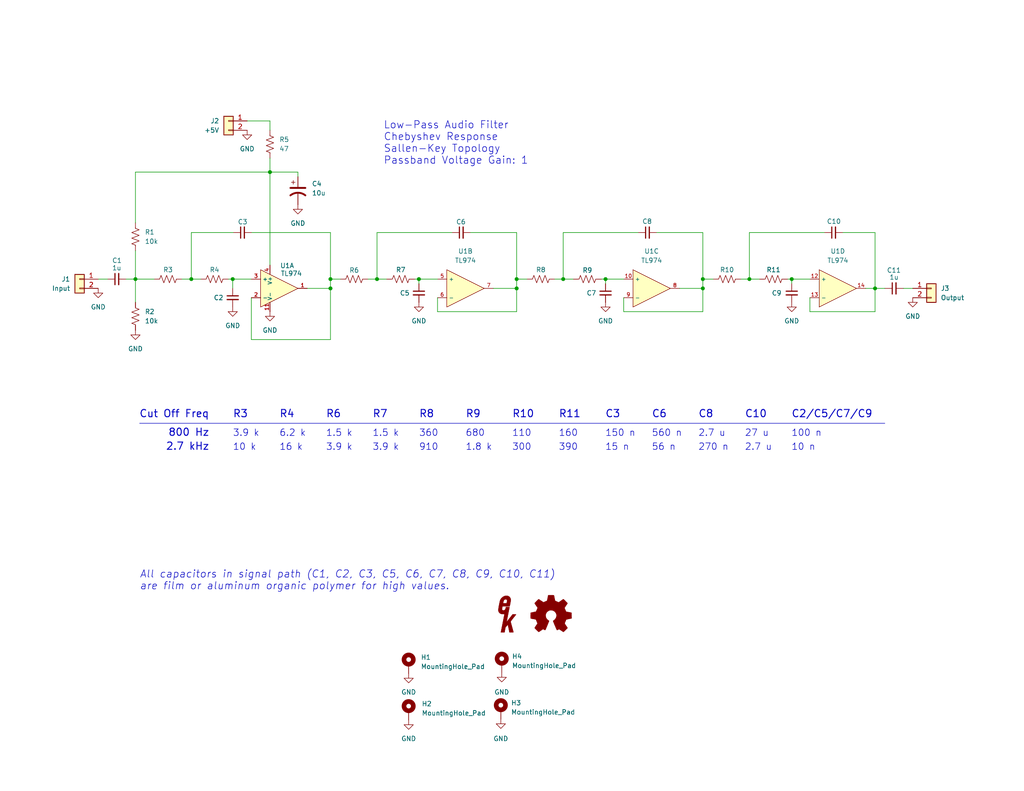
<source format=kicad_sch>
(kicad_sch (version 20230121) (generator eeschema)
  (paper "USLetter")
  (title_block (title "Project Yamhill Active AF Filter") (date "2023-12-20") (rev "A") (company "Etherkit"))
  (lib_symbols
    (symbol "Connector_Generic:Conn_01x02" (pin_names (offset 1.016) hide)
      (property "Reference" "J" (at 0 2.54 0))
      (property "Value" "Conn_01x02" (at 0 -5.08 0))
      (symbol "Conn_01x02_1_1"
        (rectangle (start -1.27 -2.413) (end 0 -2.667) (stroke (width 0.1524)))
        (rectangle (start -1.27 0.127) (end 0 -0.127) (stroke (width 0.1524)))
        (rectangle (start -1.27 1.27) (end 1.27 -3.81) (stroke (width 0.254)) (fill (type background)))
        (pin passive line (at -5.08 0 0) (length 3.81) (name "Pin_1") (number "1"))
        (pin passive line (at -5.08 -2.54 0) (length 3.81) (name "Pin_2") (number "2"))
      )
    )
    (symbol "Device:C_Polarized_US" (pin_numbers hide) (pin_names (offset 0.254) hide)
      (property "Reference" "C" (at 0.635 2.54 0))
      (property "Value" "C_Polarized_US" (at 0.635 -2.54 0))
      (symbol "C_Polarized_US_0_1"
        (polyline (pts (xy -2.032 0.762) (xy 2.032 0.762)) (stroke (width 0.508)))
        (polyline (pts (xy -1.778 2.286) (xy -0.762 2.286)))
        (polyline (pts (xy -1.27 1.778) (xy -1.27 2.794)))
        (arc (start 2.032 -1.27) (mid 0 -0.5572) (end -2.032 -1.27) (stroke (width 0.508)))
      )
      (symbol "C_Polarized_US_1_1"
        (pin passive line (at 0 3.81 270) (length 2.794) (name "~") (number "1"))
        (pin passive line (at 0 -3.81 90) (length 3.302) (name "~") (number "2"))
      )
    )
    (symbol "Device:C_Small" (pin_numbers hide) (pin_names (offset 0.254) hide)
      (property "Reference" "C" (at 0.254 1.778 0))
      (property "Value" "C_Small" (at 0.254 -2.032 0))
      (symbol "C_Small_0_1"
        (polyline (pts (xy -1.524 -0.508) (xy 1.524 -0.508)) (stroke (width 0.3302)))
        (polyline (pts (xy -1.524 0.508) (xy 1.524 0.508)) (stroke (width 0.3048)))
      )
      (symbol "C_Small_1_1"
        (pin passive line (at 0 2.54 270) (length 2.032) (name "~") (number "1"))
        (pin passive line (at 0 -2.54 90) (length 2.032) (name "~") (number "2"))
      )
    )
    (symbol "Device:R_US" (pin_numbers hide) (pin_names (offset 0))
      (property "Reference" "R" (at 2.54 0 90))
      (property "Value" "R_US" (at -2.54 0 90))
      (symbol "R_US_0_1"
        (polyline (pts (xy 0 -2.286) (xy 0 -2.54)))
        (polyline (pts (xy 0 2.286) (xy 0 2.54)))
        (polyline (pts (xy 0 -0.762) (xy 1.016 -1.143) (xy 0 -1.524) (xy -1.016 -1.905) (xy 0 -2.286)))
        (polyline (pts (xy 0 0.762) (xy 1.016 0.381) (xy 0 0) (xy -1.016 -0.381) (xy 0 -0.762)))
        (polyline (pts (xy 0 2.286) (xy 1.016 1.905) (xy 0 1.524) (xy -1.016 1.143) (xy 0 0.762)))
      )
      (symbol "R_US_1_1"
        (pin passive line (at 0 3.81 270) (length 1.27) (name "~") (number "1"))
        (pin passive line (at 0 -3.81 90) (length 1.27) (name "~") (number "2"))
      )
    )
    (symbol "EtherkitKicadLibrary:LOGO" (pin_names (offset 1.016))
      (symbol "LOGO_0_0"
        (polyline (pts (xy -0.7475 -4.875) (xy -0.7392 -4.83) (xy -0.7178 -4.7189) (xy -0.6879 -4.5659) (xy -0.6523 -4.3851) (xy -0.6135 -4.1903) (xy -0.5018 -3.6307) (xy -0.197 -3.2903) (xy -0.1646 -3.2542) (xy -0.0551 -3.1338) (xy 0.0366 -3.0352) (xy 0.1017 -2.9677) (xy 0.1315 -2.9408) (xy 0.1365 -2.9489) (xy 0.155 -3.0102) (xy 0.1838 -3.125) (xy 0.2211 -3.2856) (xy 0.2651 -3.4844) (xy 0.3142 -3.7137) (xy 0.3664 -3.9658) (xy 0.5778 -5) (xy 1.1222 -5) (xy 1.2378 -4.9996) (xy 1.4316 -4.9961) (xy 1.5649 -4.989) (xy 1.6419 -4.9777) (xy 1.6666 -4.9622) (xy 1.663 -4.9437) (xy 1.6438 -4.8666) (xy 1.6098 -4.7364) (xy 1.5628 -4.5598) (xy 1.5046 -4.3435) (xy 1.437 -4.0944) (xy 1.3618 -3.8192) (xy 1.2809 -3.5246) (xy 1.2287 -3.3348) (xy 1.1509 -3.0506) (xy 1.0799 -2.7894) (xy 1.0175 -2.5581) (xy 0.9656 -2.3637) (xy 0.926 -2.2129) (xy 0.9005 -2.1127) (xy 0.891 -2.0698) (xy 0.9054 -2.0396) (xy 0.9573 -1.9618) (xy 1.0423 -1.844) (xy 1.1559 -1.6925) (xy 1.2932 -1.5137) (xy 1.4495 -1.3137) (xy 1.6201 -1.099) (xy 1.7685 -0.9135) (xy 1.9293 -0.7119) (xy 2.0731 -0.5312) (xy 2.1948 -0.3776) (xy 2.2896 -0.2573) (xy 2.3525 -0.1766) (xy 2.3786 -0.1416) (xy 2.3787 -0.1415) (xy 2.3748 -0.1247) (xy 2.3346 -0.1129) (xy 2.2506 -0.1052) (xy 2.1151 -0.1012) (xy 1.9205 -0.1) (xy 1.4372 -0.1) (xy 0.6284 -1.132) (xy 0.5759 -1.1989) (xy 0.4011 -1.4209) (xy 0.2406 -1.6235) (xy 0.0987 -1.8012) (xy -0.02 -1.9484) (xy -0.1111 -2.0596) (xy -0.1701 -2.1292) (xy -0.1926 -2.1518) (xy -0.1923 -2.147) (xy -0.1832 -2.0918) (xy -0.1629 -1.9807) (xy -0.1327 -1.8203) (xy -0.0939 -1.6176) (xy -0.048 -1.3794) (xy 0.0038 -1.1127) (xy 0.0601 -0.8241) (xy 0.1194 -0.5207) (xy 0.1806 -0.2092) (xy 0.2422 0.1034) (xy 0.303 0.4104) (xy 0.3614 0.7049) (xy 0.4163 0.98) (xy 0.4662 1.2289) (xy 0.5098 1.4447) (xy 0.5457 1.6206) (xy 0.5727 1.7496) (xy 0.5893 1.825) (xy 0.6072 1.9) (xy 0.1073 1.9) (xy -0.3925 1.9) (xy -0.4342 1.675) (xy -0.499 1.4316) (xy -0.6002 1.2291) (xy -0.7342 1.0838) (xy -0.9006 0.9961) (xy -1.0987 0.9667) (xy -1.1609 0.974) (xy -1.2874 1.0299) (xy -1.3917 1.1269) (xy -1.4526 1.2482) (xy -1.4564 1.2857) (xy -1.4504 1.3934) (xy -1.4298 1.5453) (xy -1.3961 1.7283) (xy -1.3167 2.1167) (xy -0.3327 2.1255) (xy 0.6514 2.1344) (xy 0.7958 2.8849) (xy 0.8025 2.9198) (xy 0.8589 3.2262) (xy 0.8991 3.4782) (xy 0.9233 3.6852) (xy 0.9317 3.8567) (xy 0.9241 4.0019) (xy 0.9007 4.1304) (xy 0.8616 4.2514) (xy 0.8069 4.3744) (xy 0.7638 4.4545) (xy 0.6047 4.6644) (xy 0.4032 4.823) (xy 0.1589 4.9308) (xy -0.1287 4.9878) (xy -0.1579 4.9905) (xy -0.4377 4.9806) (xy -0.7232 4.9128) (xy -1.0046 4.7932) (xy -1.272 4.6277) (xy -1.5155 4.4223) (xy -1.7252 4.183) (xy -1.8913 3.9159) (xy -1.9165 3.8634) (xy -1.9482 3.787) (xy -1.9792 3.6966) (xy -2.0114 3.5851) (xy -2.0466 3.4449) (xy -2.0866 3.2687) (xy -2.1333 3.049) (xy -2.1498 2.968) (xy -1.1571 2.968) (xy -1.1549 2.9908) (xy -1.1525 2.9998) (xy -1.1352 3.0719) (xy -1.1099 3.1842) (xy -1.0812 3.3167) (xy -1.0754 3.3437) (xy -1.0195 3.5554) (xy -0.9547 3.7135) (xy -0.875 3.8295) (xy -0.7744 3.9152) (xy -0.6845 3.9662) (xy -0.5192 4.019) (xy -0.3652 4.0182) (xy -0.2331 3.9646) (xy -0.1335 3.8592) (xy -0.1289 3.8513) (xy -0.0862 3.7421) (xy -0.0719 3.6042) (xy -0.086 3.427) (xy -0.1282 3.2) (xy -0.1834 2.95) (xy -0.6776 2.9408) (xy -0.721 2.94) (xy -0.8996 2.9375) (xy -1.023 2.938) (xy -1.1007 2.9426) (xy -1.1422 2.9523) (xy -1.1571 2.968) (xy -2.1498 2.968) (xy -2.1885 2.7786) (xy -2.254 2.45) (xy -2.2784 2.3256) (xy -2.3436 1.9784) (xy -2.393 1.6859) (xy -2.4271 1.4409) (xy -2.4464 1.2359) (xy -2.4514 1.0636) (xy -2.4429 0.9165) (xy -2.4212 0.7874) (xy -2.3869 0.6687) (xy -2.3194 0.5275) (xy -2.1842 0.3503) (xy -2.0088 0.1938) (xy -1.8079 0.073) (xy -1.7593 0.0508) (xy -1.6803 0.0201) (xy -1.6007 0.0004) (xy -1.504 -0.0106) (xy -1.3737 -0.0155) (xy -1.1932 -0.0166) (xy -1.0296 -0.017) (xy -0.908 -0.0195) (xy -0.8331 -0.0256) (xy -0.7946 -0.0372) (xy -0.7822 -0.0558) (xy -0.7855 -0.0833) (xy -0.7943 -0.1252) (xy -0.8147 -0.2255) (xy -0.8455 -0.3779) (xy -0.8854 -0.5764) (xy -0.9333 -0.8146) (xy -0.9878 -1.0864) (xy -1.0478 -1.3857) (xy -1.112 -1.7062) (xy -1.1792 -2.0418) (xy -1.2481 -2.3862) (xy -1.3175 -2.7333) (xy -1.3861 -3.0769) (xy -1.4528 -3.4108) (xy -1.5163 -3.7289) (xy -1.5753 -4.0248) (xy -1.6286 -4.2926) (xy -1.675 -4.5259) (xy -1.7133 -4.7185) (xy -1.7422 -4.8644) (xy -1.7604 -4.9573) (xy -1.7667 -4.991) (xy -1.7588 -4.9926) (xy -1.6988 -4.9955) (xy -1.5893 -4.9978) (xy -1.442 -4.9994) (xy -1.2682 -5) (xy -0.7697 -5) (xy -0.7475 -4.875)) (stroke (width 0.01)) (fill (type outline)))
      )
    )
    (symbol "EtherkitKicadLibrary:OPAMP-QUAD"
      (property "Reference" "U" (at -0.127 6.096 0))
      (property "Value" "OPAMP-QUAD" (at -0.127 4.318 0))
      (symbol "OPAMP-QUAD_0_1"
        (polyline (pts (xy -5.08 5.08) (xy 5.08 0) (xy -5.08 -5.08) (xy -5.08 5.08)) (stroke (width 0.1524)) (fill (type background)))
      )
      (symbol "OPAMP-QUAD_1_1"
        (pin output line (at 7.62 0 180) (length 2.54) (name "~") (number "1"))
        (pin power_in line (at -2.54 -6.35 90) (length 2.54) (name "V-") (number "11"))
        (pin input line (at -7.62 -2.54 0) (length 2.54) (name "-") (number "2"))
        (pin input line (at -7.62 2.54 0) (length 2.54) (name "+") (number "3"))
        (pin power_in line (at -2.54 6.35 270) (length 2.54) (name "V+") (number "4"))
      )
      (symbol "OPAMP-QUAD_2_1"
        (pin input line (at -7.62 2.54 0) (length 2.54) (name "+") (number "5"))
        (pin input line (at -7.62 -2.54 0) (length 2.54) (name "-") (number "6"))
        (pin output line (at 7.62 0 180) (length 2.54) (name "~") (number "7"))
      )
      (symbol "OPAMP-QUAD_3_1"
        (pin input line (at -7.62 2.54 0) (length 2.54) (name "+") (number "10"))
        (pin output line (at 7.62 0 180) (length 2.54) (name "~") (number "8"))
        (pin input line (at -7.62 -2.54 0) (length 2.54) (name "-") (number "9"))
      )
      (symbol "OPAMP-QUAD_4_1"
        (pin input line (at -7.62 2.54 0) (length 2.54) (name "+") (number "12"))
        (pin input line (at -7.62 -2.54 0) (length 2.54) (name "-") (number "13"))
        (pin output line (at 7.62 0 180) (length 2.54) (name "~") (number "14"))
      )
    )
    (symbol "Graphic:Logo_Open_Hardware_Small" (in_bom no) (on_board no)
      (symbol "Logo_Open_Hardware_Small_0_1"
        (polyline (pts (xy 3.3528 -4.3434) (xy 3.302 -4.318) (xy 3.175 -4.2418) (xy 2.9972 -4.1148) (xy 2.7686 -3.9624) (xy 2.54 -3.81) (xy 2.3622 -3.7084) (xy 2.2352 -3.6068) (xy 2.1844 -3.5814) (xy 2.159 -3.6068) (xy 2.0574 -3.6576) (xy 1.905 -3.7338) (xy 1.8034 -3.7846) (xy 1.6764 -3.8354) (xy 1.6002 -3.8354) (xy 1.6002 -3.8354) (xy 1.5494 -3.7338) (xy 1.4732 -3.5306) (xy 1.3462 -3.302) (xy 1.2446 -3.0226) (xy 1.1176 -2.7178) (xy 0.9652 -2.413) (xy 0.8636 -2.1082) (xy 0.7366 -1.8288) (xy 0.6604 -1.6256) (xy 0.6096 -1.4732) (xy 0.5842 -1.397) (xy 0.5842 -1.397) (xy 0.6604 -1.3208) (xy 0.7874 -1.2446) (xy 1.0414 -1.016) (xy 1.2954 -0.6858) (xy 1.4478 -0.3302) (xy 1.524 0.0762) (xy 1.4732 0.4572) (xy 1.3208 0.8128) (xy 1.0668 1.143) (xy 0.762 1.3716) (xy 0.4064 1.524) (xy 0 1.5748) (xy -0.381 1.5494) (xy -0.7366 1.397) (xy -1.0668 1.143) (xy -1.2192 0.9906) (xy -1.397 0.6604) (xy -1.524 0.3048) (xy -1.524 0.2286) (xy -1.4986 -0.1778) (xy -1.397 -0.5334) (xy -1.1938 -0.8636) (xy -0.9144 -1.143) (xy -0.8636 -1.1684) (xy -0.7366 -1.27) (xy -0.635 -1.3462) (xy -0.5842 -1.397) (xy -1.0668 -2.5908) (xy -1.143 -2.794) (xy -1.2954 -3.1242) (xy -1.397 -3.4036) (xy -1.4986 -3.6322) (xy -1.5748 -3.7846) (xy -1.6002 -3.8354) (xy -1.6002 -3.8354) (xy -1.651 -3.8354) (xy -1.7272 -3.81) (xy -1.905 -3.7338) (xy -2.0066 -3.683) (xy -2.1336 -3.6068) (xy -2.2098 -3.5814) (xy -2.2606 -3.6068) (xy -2.3622 -3.683) (xy -2.54 -3.81) (xy -2.7686 -3.9624) (xy -2.9718 -4.0894) (xy -3.1496 -4.2164) (xy -3.302 -4.318) (xy -3.3528 -4.3434) (xy -3.3782 -4.3434) (xy -3.429 -4.318) (xy -3.5306 -4.2164) (xy -3.7084 -4.064) (xy -3.937 -3.8354) (xy -3.9624 -3.81) (xy -4.1656 -3.6068) (xy -4.318 -3.4544) (xy -4.4196 -3.3274) (xy -4.445 -3.2766) (xy -4.445 -3.2766) (xy -4.4196 -3.2258) (xy -4.318 -3.0734) (xy -4.2164 -2.8956) (xy -4.064 -2.667) (xy -3.6576 -2.0828) (xy -3.8862 -1.5494) (xy -3.937 -1.3716) (xy -4.0386 -1.1684) (xy -4.0894 -1.0414) (xy -4.1148 -0.9652) (xy -4.191 -0.9398) (xy -4.318 -0.9144) (xy -4.5466 -0.8636) (xy -4.8006 -0.8128) (xy -5.0546 -0.7874) (xy -5.2578 -0.7366) (xy -5.4356 -0.7112) (xy -5.5118 -0.6858) (xy -5.5118 -0.6858) (xy -5.5372 -0.635) (xy -5.5372 -0.5588) (xy -5.5372 -0.4318) (xy -5.5626 -0.2286) (xy -5.5626 0.0762) (xy -5.5626 0.127) (xy -5.5372 0.4064) (xy -5.5372 0.635) (xy -5.5372 0.762) (xy -5.5372 0.8382) (xy -5.5372 0.8382) (xy -5.461 0.8382) (xy -5.3086 0.889) (xy -5.08 0.9144) (xy -4.826 0.9652) (xy -4.8006 0.9906) (xy -4.5466 1.0414) (xy -4.318 1.0668) (xy -4.1656 1.1176) (xy -4.0894 1.143) (xy -4.0894 1.143) (xy -4.0386 1.2446) (xy -3.9624 1.4224) (xy -3.8608 1.6256) (xy -3.7846 1.8288) (xy -3.7084 2.0066) (xy -3.6576 2.159) (xy -3.6322 2.2098) (xy -3.6322 2.2098) (xy -3.683 2.286) (xy -3.7592 2.413) (xy -3.8862 2.5908) (xy -4.064 2.8194) (xy -4.064 2.8448) (xy -4.2164 3.0734) (xy -4.3434 3.2512) (xy -4.4196 3.3782) (xy -4.445 3.4544) (xy -4.445 3.4544) (xy -4.3942 3.5052) (xy -4.2926 3.6322) (xy -4.1148 3.81) (xy -3.937 4.0132) (xy -3.8608 4.064) (xy -3.6576 4.2926) (xy -3.5052 4.4196) (xy -3.4036 4.4958) (xy -3.3528 4.5212) (xy -3.3528 4.5212) (xy -3.302 4.4704) (xy -3.1496 4.3688) (xy -2.9718 4.2418) (xy -2.7432 4.0894) (xy -2.7178 4.0894) (xy -2.4892 3.937) (xy -2.3114 3.81) (xy -2.1844 3.7084) (xy -2.1336 3.683) (xy -2.1082 3.683) (xy -2.032 3.7084) (xy -1.8542 3.7592) (xy -1.6764 3.8354) (xy -1.4732 3.937) (xy -1.27 4.0132) (xy -1.143 4.064) (xy -1.0668 4.1148) (xy -1.0668 4.1148) (xy -1.0414 4.191) (xy -1.016 4.3434) (xy -0.9652 4.572) (xy -0.9144 4.8514) (xy -0.889 4.9022) (xy -0.8382 5.1562) (xy -0.8128 5.3848) (xy -0.7874 5.5372) (xy -0.762 5.588) (xy -0.7112 5.6134) (xy -0.5842 5.6134) (xy -0.4064 5.6134) (xy -0.1524 5.6134) (xy 0.0762 5.6134) (xy 0.3302 5.6134) (xy 0.5334 5.6134) (xy 0.6858 5.588) (xy 0.7366 5.588) (xy 0.7366 5.588) (xy 0.762 5.5118) (xy 0.8128 5.334) (xy 0.8382 5.1054) (xy 0.9144 4.826) (xy 0.9144 4.7752) (xy 0.9652 4.5212) (xy 1.016 4.2926) (xy 1.0414 4.1402) (xy 1.0668 4.0894) (xy 1.0668 4.0894) (xy 1.1938 4.0386) (xy 1.3716 3.9624) (xy 1.5748 3.8608) (xy 2.0828 3.6576) (xy 2.7178 4.0894) (xy 2.7686 4.1402) (xy 2.9972 4.2926) (xy 3.175 4.4196) (xy 3.302 4.4958) (xy 3.3782 4.5212) (xy 3.3782 4.5212) (xy 3.429 4.4704) (xy 3.556 4.3434) (xy 3.7338 4.191) (xy 3.9116 3.9878) (xy 4.064 3.8354) (xy 4.2418 3.6576) (xy 4.3434 3.556) (xy 4.4196 3.4798) (xy 4.4196 3.429) (xy 4.4196 3.4036) (xy 4.3942 3.3274) (xy 4.2926 3.2004) (xy 4.1656 2.9972) (xy 4.0132 2.794) (xy 3.8862 2.5908) (xy 3.7592 2.3876) (xy 3.6576 2.2352) (xy 3.6322 2.159) (xy 3.6322 2.1336) (xy 3.683 2.0066) (xy 3.7592 1.8288) (xy 3.8608 1.6002) (xy 4.064 1.1176) (xy 4.3942 1.0414) (xy 4.5974 1.016) (xy 4.8768 0.9652) (xy 5.1308 0.9144) (xy 5.5372 0.8382) (xy 5.5626 -0.6604) (xy 5.4864 -0.6858) (xy 5.4356 -0.6858) (xy 5.2832 -0.7366) (xy 5.0546 -0.762) (xy 4.8006 -0.8128) (xy 4.5974 -0.8636) (xy 4.3688 -0.9144) (xy 4.2164 -0.9398) (xy 4.1402 -0.9398) (xy 4.1148 -0.9652) (xy 4.064 -1.0668) (xy 3.9878 -1.2446) (xy 3.9116 -1.4478) (xy 3.81 -1.651) (xy 3.7338 -1.8542) (xy 3.683 -2.0066) (xy 3.6576 -2.0828) (xy 3.683 -2.1336) (xy 3.7846 -2.2606) (xy 3.8862 -2.4638) (xy 4.0386 -2.667) (xy 4.191 -2.8956) (xy 4.318 -3.0734) (xy 4.3942 -3.2004) (xy 4.445 -3.2766) (xy 4.4196 -3.3274) (xy 4.3434 -3.429) (xy 4.1656 -3.5814) (xy 3.937 -3.8354) (xy 3.8862 -3.8608) (xy 3.683 -4.064) (xy 3.5306 -4.2164) (xy 3.4036 -4.318) (xy 3.3528 -4.3434)) (fill (type outline)))
      )
    )
    (symbol "Mechanical:MountingHole_Pad" (pin_numbers hide) (pin_names (offset 1.016) hide)
      (property "Reference" "H" (at 0 6.35 0))
      (property "Value" "MountingHole_Pad" (at 0 4.445 0))
      (symbol "MountingHole_Pad_0_1"
        (circle (center 0 1.27) (radius 1.27) (stroke (width 1.27)))
      )
      (symbol "MountingHole_Pad_1_1"
        (pin input line (at 0 -2.54 90) (length 2.54) (name "1") (number "1"))
      )
    )
    (symbol "power:GND" (power) (pin_names (offset 0))
      (property "Value" "GND" (at 0 -3.81 0))
      (symbol "GND_0_1"
        (polyline (pts (xy 0 0) (xy 0 -1.27) (xy 1.27 -1.27) (xy 0 -2.54) (xy -1.27 -1.27) (xy 0 -1.27)))
      )
      (symbol "GND_1_1"
        (pin power_in line (at 0 0 270) (length 0) hide (name "GND") (number "1"))
      )
    )
  )
  (junction (at 238.76 78.74))
  (junction (at 140.97 76.2))
  (junction (at 191.77 78.74))
  (junction (at 191.77 76.2))
  (junction (at 114.3 76.2))
  (junction (at 90.17 78.74))
  (junction (at 216.027 76.2))
  (junction (at 90.17 76.2))
  (junction (at 36.957 76.2))
  (junction (at 165.227 76.2))
  (junction (at 52.197 76.2))
  (junction (at 73.66 46.99))
  (junction (at 140.97 78.74))
  (junction (at 63.5 76.2))
  (junction (at 204.47 76.2))
  (junction (at 153.67 76.2))
  (junction (at 102.87 76.2))
  (wire (pts (xy 36.957 60.833) (xy 36.957 46.99)))
  (wire (pts (xy 140.97 76.2) (xy 143.764 76.2)))
  (wire (pts (xy 113.157 76.2) (xy 114.3 76.2)))
  (wire (pts (xy 216.027 76.2) (xy 216.027 77.47)))
  (wire (pts (xy 67.437 33.02) (xy 73.66 33.02)))
  (wire (pts (xy 68.58 92.71) (xy 90.17 92.71)))
  (wire (pts (xy 214.884 76.2) (xy 216.027 76.2)))
  (wire (pts (xy 26.797 76.2) (xy 29.337 76.2)))
  (wire (pts (xy 90.17 92.71) (xy 90.17 78.74)))
  (wire (pts (xy 164.084 76.2) (xy 165.227 76.2)))
  (wire (pts (xy 36.957 46.99) (xy 73.66 46.99)))
  (wire (pts (xy 102.87 63.5) (xy 102.87 76.2)))
  (wire (pts (xy 170.18 81.28) (xy 170.18 85.09)))
  (wire (pts (xy 224.917 63.5) (xy 204.47 63.5)))
  (wire (pts (xy 83.82 78.74) (xy 90.17 78.74)))
  (wire (pts (xy 216.027 76.2) (xy 220.98 76.2)))
  (wire (pts (xy 185.42 78.74) (xy 191.77 78.74)))
  (wire (pts (xy 36.957 68.453) (xy 36.957 76.2)))
  (wire (pts (xy 204.47 76.2) (xy 207.264 76.2)))
  (wire (pts (xy 119.38 81.28) (xy 119.38 85.09)))
  (wire (pts (xy 52.197 76.2) (xy 54.737 76.2)))
  (wire (pts (xy 191.77 78.74) (xy 191.77 76.2)))
  (wire (pts (xy 73.66 46.99) (xy 73.66 72.39)))
  (wire (pts (xy 68.58 81.28) (xy 68.58 92.71)))
  (wire (pts (xy 202.184 76.2) (xy 204.47 76.2)))
  (wire (pts (xy 62.357 76.2) (xy 63.5 76.2)))
  (wire (pts (xy 63.627 63.5) (xy 52.197 63.5)))
  (wire (pts (xy 238.76 63.5) (xy 238.76 78.74)))
  (wire (pts (xy 165.227 76.2) (xy 170.18 76.2)))
  (wire (pts (xy 191.77 85.09) (xy 191.77 78.74)))
  (wire (pts (xy 128.397 63.5) (xy 140.97 63.5)))
  (wire (pts (xy 220.98 81.28) (xy 220.98 85.09)))
  (wire (pts (xy 49.657 76.2) (xy 52.197 76.2)))
  (wire (pts (xy 153.67 76.2) (xy 156.464 76.2)))
  (wire (pts (xy 151.384 76.2) (xy 153.67 76.2)))
  (wire (pts (xy 100.457 76.2) (xy 102.87 76.2)))
  (wire (pts (xy 170.18 85.09) (xy 191.77 85.09)))
  (wire (pts (xy 68.707 63.5) (xy 90.17 63.5)))
  (wire (pts (xy 90.17 63.5) (xy 90.17 76.2)))
  (wire (pts (xy 114.3 76.2) (xy 119.38 76.2)))
  (wire (pts (xy 36.957 76.2) (xy 36.957 82.55)))
  (wire (pts (xy 220.98 85.09) (xy 238.76 85.09)))
  (wire (pts (xy 73.66 33.02) (xy 73.66 35.56)))
  (wire (pts (xy 63.5 76.2) (xy 68.58 76.2)))
  (wire (pts (xy 140.97 63.5) (xy 140.97 76.2)))
  (wire (pts (xy 229.997 63.5) (xy 238.76 63.5)))
  (wire (pts (xy 90.17 76.2) (xy 92.837 76.2)))
  (wire (pts (xy 179.197 63.5) (xy 191.77 63.5)))
  (wire (pts (xy 119.38 85.09) (xy 140.97 85.09)))
  (wire (pts (xy 191.77 76.2) (xy 194.564 76.2)))
  (wire (pts (xy 238.76 85.09) (xy 238.76 78.74)))
  (polyline (pts (xy 38.1 115.57) (xy 241.427 115.57)))
  (wire (pts (xy 236.22 78.74) (xy 238.76 78.74)))
  (wire (pts (xy 34.417 76.2) (xy 36.957 76.2)))
  (wire (pts (xy 63.5 76.2) (xy 63.5 78.74)))
  (wire (pts (xy 191.77 63.5) (xy 191.77 76.2)))
  (wire (pts (xy 90.17 78.74) (xy 90.17 76.2)))
  (wire (pts (xy 204.47 63.5) (xy 204.47 76.2)))
  (wire (pts (xy 123.317 63.5) (xy 102.87 63.5)))
  (wire (pts (xy 238.76 78.74) (xy 241.427 78.74)))
  (wire (pts (xy 102.87 76.2) (xy 105.537 76.2)))
  (wire (pts (xy 134.62 78.74) (xy 140.97 78.74)))
  (wire (pts (xy 153.67 63.5) (xy 153.67 76.2)))
  (wire (pts (xy 81.28 46.99) (xy 73.66 46.99)))
  (wire (pts (xy 36.957 76.2) (xy 42.037 76.2)))
  (wire (pts (xy 140.97 85.09) (xy 140.97 78.74)))
  (wire (pts (xy 73.66 43.18) (xy 73.66 46.99)))
  (wire (pts (xy 81.28 48.26) (xy 81.28 46.99)))
  (wire (pts (xy 174.117 63.5) (xy 153.67 63.5)))
  (wire (pts (xy 52.197 63.5) (xy 52.197 76.2)))
  (wire (pts (xy 114.3 76.2) (xy 114.3 77.47)))
  (wire (pts (xy 140.97 78.74) (xy 140.97 76.2)))
  (wire (pts (xy 246.507 78.74) (xy 249.047 78.74)))
  (wire (pts (xy 165.227 76.2) (xy 165.227 77.47)))
  (text "Low-Pass Audio Filter\nChebyshev Response\nSallen-Key Topology\nPassband Voltage Gain: 1\n" (at 104.648 45.085 0) (effects (font (size 2 2)) (justify left bottom)))
  (text "R9" (at 127 114.3 0) (effects (font (size 2 2) (thickness 0.254) bold) (justify left bottom)))
  (text "1.5 k" (at 88.9 119.38 0) (effects (font (size 1.8 1.8)) (justify left bottom)))
  (text "3.9 k" (at 88.9 123.19 0) (effects (font (size 1.8 1.8)) (justify left bottom)))
  (text "10 k" (at 63.5 123.19 0) (effects (font (size 1.8 1.8)) (justify left bottom)))
  (text "Cut Off Freq" (at 57.15 114.3 0) (effects (font (size 2 2) (thickness 0.254) bold) (justify right bottom)))
  (text "10 n" (at 215.9 123.19 0) (effects (font (size 1.8 1.8)) (justify left bottom)))
  (text "2.7 kHz" (at 57.15 123.19 0) (effects (font (size 2 2) (thickness 0.254) bold) (justify right bottom)))
  (text "110" (at 139.7 119.38 0) (effects (font (size 1.8 1.8)) (justify left bottom)))
  (text "560 n" (at 177.8 119.38 0) (effects (font (size 1.8 1.8)) (justify left bottom)))
  (text "C6" (at 177.8 114.3 0) (effects (font (size 2 2) (thickness 0.254) bold) (justify left bottom)))
  (text "R7" (at 101.6 114.3 0) (effects (font (size 2 2) (thickness 0.254) bold) (justify left bottom)))
  (text "300" (at 139.7 123.19 0) (effects (font (size 1.8 1.8)) (justify left bottom)))
  (text "6.2 k" (at 76.2 119.38 0) (effects (font (size 1.8 1.8)) (justify left bottom)))
  (text "800 Hz" (at 57.15 119.38 0) (effects (font (size 2 2) (thickness 0.254) bold) (justify right bottom)))
  (text "910" (at 114.3 123.19 0) (effects (font (size 1.8 1.8)) (justify left bottom)))
  (text "C3" (at 165.1 114.3 0) (effects (font (size 2 2) (thickness 0.254) bold) (justify left bottom)))
  (text "150 n" (at 165.1 119.38 0) (effects (font (size 1.8 1.8)) (justify left bottom)))
  (text "15 n" (at 165.1 123.19 0) (effects (font (size 1.8 1.8)) (justify left bottom)))
  (text "56 n" (at 177.8 123.19 0) (effects (font (size 1.8 1.8)) (justify left bottom)))
  (text "3.9 k" (at 101.6 123.19 0) (effects (font (size 1.8 1.8)) (justify left bottom)))
  (text "270 n" (at 190.5 123.19 0) (effects (font (size 1.8 1.8)) (justify left bottom)))
  (text "360" (at 114.3 119.38 0) (effects (font (size 1.8 1.8)) (justify left bottom)))
  (text "R6" (at 88.9 114.3 0) (effects (font (size 2 2) (thickness 0.254) bold) (justify left bottom)))
  (text "2.7 u" (at 190.5 119.38 0) (effects (font (size 1.8 1.8)) (justify left bottom)))
  (text "2.7 u" (at 203.2 123.19 0) (effects (font (size 1.8 1.8)) (justify left bottom)))
  (text "R11" (at 152.4 114.3 0) (effects (font (size 2 2) (thickness 0.254) bold) (justify left bottom)))
  (text "R4" (at 76.2 114.3 0) (effects (font (size 2 2) (thickness 0.254) bold) (justify left bottom)))
  (text "160" (at 152.4 119.38 0) (effects (font (size 1.8 1.8)) (justify left bottom)))
  (text "C2/C5/C7/C9" (at 215.9 114.3 0) (effects (font (size 2 2) (thickness 0.254) bold) (justify left bottom)))
  (text "All capacitors in signal path (C1, C2, C3, C5, C6, C7, C8, C9, C10, C11)\nare film or aluminum organic polymer for high values." (at 38.1 161.29 0) (effects (font (size 2 2) italic) (justify left bottom)))
  (text "1.5 k" (at 101.6 119.38 0) (effects (font (size 1.8 1.8)) (justify left bottom)))
  (text "C10" (at 203.2 114.3 0) (effects (font (size 2 2) (thickness 0.254) bold) (justify left bottom)))
  (text "R10" (at 139.7 114.3 0) (effects (font (size 2 2) (thickness 0.254) bold) (justify left bottom)))
  (text "R3" (at 63.5 114.3 0) (effects (font (size 2 2) (thickness 0.254) bold) (justify left bottom)))
  (text "27 u" (at 203.2 119.38 0) (effects (font (size 1.8 1.8)) (justify left bottom)))
  (text "100 n" (at 215.9 119.38 0) (effects (font (size 1.8 1.8)) (justify left bottom)))
  (text "16 k" (at 76.2 123.19 0) (effects (font (size 1.8 1.8)) (justify left bottom)))
  (text "R8" (at 114.3 114.3 0) (effects (font (size 2 2) (thickness 0.254) bold) (justify left bottom)))
  (text "680" (at 127 119.38 0) (effects (font (size 1.8 1.8)) (justify left bottom)))
  (text "390" (at 152.4 123.19 0) (effects (font (size 1.8 1.8)) (justify left bottom)))
  (text "C8" (at 190.5 114.3 0) (effects (font (size 2 2) (thickness 0.254) bold) (justify left bottom)))
  (text "3.9 k" (at 63.5 119.38 0) (effects (font (size 1.8 1.8)) (justify left bottom)))
  (text "1.8 k" (at 127 123.19 0) (effects (font (size 1.8 1.8)) (justify left bottom)))
  (symbol (lib_id "power:GND") (at 136.652 196.342 0) (unit 1)
    (property "Reference" "#PWR010" (effects hide))
    (property "Value" "GND" (at 136.652 201.676 0))
  )
  (symbol (lib_id "Device:C_Small") (at 125.857 63.5 90) (unit 1)
    (property "Reference" "C6" (at 127.127 60.579 90) (effects (justify left)))
    (property "Value" "C_Small" (effects hide))
    (property "Footprint" "Capacitor_THT:C_Rect_L7.0mm_W2.5mm_P5.00mm" (effects hide))
  )
  (symbol (lib_id "Device:C_Small") (at 66.167 63.5 90) (unit 1)
    (property "Reference" "C3" (at 67.564 60.579 90) (effects (justify left)))
    (property "Value" "C_Small" (effects hide))
    (property "Footprint" "Capacitor_THT:C_Rect_L7.0mm_W2.5mm_P5.00mm" (effects hide))
  )
  (symbol (lib_id "power:GND") (at 216.027 82.55 0) (unit 1)
    (property "Reference" "#PWR013" (effects hide))
    (property "Value" "GND" (at 216.027 87.63 0))
  )
  (symbol (lib_id "power:GND") (at 111.506 196.596 0) (unit 1)
    (property "Reference" "#PWR08" (effects hide))
    (property "Value" "GND" (at 111.506 201.676 0))
  )
  (symbol (lib_id "power:GND") (at 81.28 55.88 0) (unit 1)
    (property "Reference" "#PWR06" (effects hide))
    (property "Value" "GND" (at 81.28 60.96 0))
  )
  (symbol (lib_id "power:GND") (at 63.5 83.82 0) (unit 1)
    (property "Reference" "#PWR03" (effects hide))
    (property "Value" "GND" (at 63.5 88.9 0))
  )
  (symbol (lib_id "Device:R_US") (at 58.547 76.2 90) (unit 1)
    (property "Reference" "R4" (at 58.547 73.66 90))
    (property "Value" "R_US" (effects hide))
    (property "Footprint" "Resistor_THT:R_Axial_DIN0207_L6.3mm_D2.5mm_P2.54mm_Vertical" (effects hide))
  )
  (symbol (lib_id "Device:R_US") (at 73.66 39.37 0) (unit 1)
    (property "Reference" "R5" (at 76.2 38.1 0) (effects (justify left)))
    (property "Value" "47" (at 76.2 40.64 0) (effects (justify left)))
    (property "Footprint" "Resistor_THT:R_Axial_DIN0207_L6.3mm_D2.5mm_P2.54mm_Vertical" (effects hide))
  )
  (symbol (lib_id "Device:C_Small") (at 63.5 81.28 0) (unit 1)
    (property "Reference" "C2" (at 58.293 81.28 0) (effects (justify left)))
    (property "Value" "C_Small" (effects hide))
    (property "Footprint" "Capacitor_THT:C_Rect_L7.0mm_W2.5mm_P5.00mm" (effects hide))
  )
  (symbol (lib_id "Device:R_US") (at 36.957 64.643 0) (unit 1)
    (property "Reference" "R1" (at 39.497 63.373 0) (effects (justify left)))
    (property "Value" "10k" (at 39.497 65.913 0) (effects (justify left)))
    (property "Footprint" "Resistor_THT:R_Axial_DIN0207_L6.3mm_D2.5mm_P2.54mm_Vertical" (effects hide))
  )
  (symbol (lib_id "power:GND") (at 36.957 90.17 0) (unit 1)
    (property "Reference" "#PWR02" (effects hide))
    (property "Value" "GND" (at 36.957 95.25 0))
  )
  (symbol (lib_id "Connector_Generic:Conn_01x02") (at 21.717 76.2 0) (mirror y) (unit 1)
    (property "Reference" "J1" (at 19.177 76.2 0) (effects (justify left)))
    (property "Value" "Input" (at 19.177 78.74 0) (effects (justify left)))
    (property "Footprint" "Connector_PinHeader_2.54mm:PinHeader_1x02_P2.54mm_Vertical" (effects hide))
  )
  (symbol (lib_id "Device:C_Small") (at 243.967 78.74 90) (unit 1)
    (property "Reference" "C11" (at 245.872 73.787 90) (effects (justify left)))
    (property "Value" "1u" (at 245.237 75.692 90) (effects (justify left)))
    (property "Footprint" "Capacitor_THT:C_Rect_L7.0mm_W2.5mm_P5.00mm" (effects hide))
  )
  (symbol (lib_id "Graphic:Logo_Open_Hardware_Small") (at 150.368 168.148 0) (unit 1) (in_bom no)
    (property "Reference" "#SYM1" (effects hide))
    (property "Value" "Logo_Open_Hardware_Small" (effects hide))
    (property "Footprint" "EtherkitKicadLibrary:OSHWLogo4mm" (effects hide))
    (property "Sim.Enable" "0" (effects hide))
  )
  (symbol (lib_id "power:GND") (at 111.506 183.896 0) (unit 1)
    (property "Reference" "#PWR07" (effects hide))
    (property "Value" "GND" (at 111.506 188.976 0))
  )
  (symbol (lib_id "power:GND") (at 249.047 81.28 0) (unit 1)
    (property "Reference" "#PWR014" (effects hide))
    (property "Value" "GND" (at 249.047 86.36 0))
  )
  (symbol (lib_id "Device:R_US") (at 211.074 76.2 90) (unit 1)
    (property "Reference" "R11" (at 211.074 73.66 90))
    (property "Value" "R_US" (effects hide))
    (property "Footprint" "Resistor_THT:R_Axial_DIN0207_L6.3mm_D2.5mm_P2.54mm_Vertical" (effects hide))
  )
  (symbol (lib_id "Device:R_US") (at 45.847 76.2 90) (unit 1)
    (property "Reference" "R3" (at 45.847 73.66 90))
    (property "Value" "R_US" (effects hide))
    (property "Footprint" "Resistor_THT:R_Axial_DIN0207_L6.3mm_D2.5mm_P2.54mm_Vertical" (effects hide))
  )
  (symbol (lib_id "Device:R_US") (at 109.347 76.2 90) (unit 1)
    (property "Reference" "R7" (at 109.347 73.66 90))
    (property "Value" "R_US" (effects hide))
    (property "Footprint" "Resistor_THT:R_Axial_DIN0207_L6.3mm_D2.5mm_P2.54mm_Vertical" (effects hide))
  )
  (symbol (lib_id "Mechanical:MountingHole_Pad") (at 111.506 181.356 0) (unit 1)
    (property "Reference" "H1" (at 114.808 179.451 0) (effects (justify left)))
    (property "Value" "MountingHole_Pad" (at 114.808 181.991 0) (effects (justify left)))
    (property "Footprint" "MountingHole:MountingHole_3.2mm_M3_Pad_Via" (effects hide))
  )
  (symbol (lib_id "power:GND") (at 73.66 85.09 0) (unit 1)
    (property "Reference" "#PWR05" (effects hide))
    (property "Value" "GND" (at 73.66 90.17 0))
  )
  (symbol (lib_id "Device:C_Small") (at 176.657 63.5 90) (unit 1)
    (property "Reference" "C8" (at 177.927 60.452 90) (effects (justify left)))
    (property "Value" "C_Small" (effects hide))
    (property "Footprint" "Capacitor_THT:CP_Radial_D8.0mm_P3.50mm" (effects hide))
  )
  (symbol (lib_id "EtherkitKicadLibrary:LOGO") (at 138.43 167.64 0) (unit 1) (in_bom no)
    (property "Reference" "#G1" (effects hide))
    (property "Value" "LOGO" (effects hide))
    (property "Footprint" "EtherkitKicadLibrary:EtherkitLogoSmall" (effects hide))
    (property "Sim.Enable" "0" (effects hide))
  )
  (symbol (lib_id "power:GND") (at 114.3 82.55 0) (unit 1)
    (property "Reference" "#PWR09" (effects hide))
    (property "Value" "GND" (at 114.3 87.63 0))
  )
  (symbol (lib_id "EtherkitKicadLibrary:OPAMP-QUAD") (at 127 78.74 0) (unit 2)
    (property "Reference" "U1" (at 127 68.58 0))
    (property "Value" "TL974" (at 127 71.12 0))
    (property "Footprint" "Package_DIP:DIP-14_W7.62mm_LongPads" (effects hide))
  )
  (symbol (lib_id "power:GND") (at 26.797 78.74 0) (unit 1)
    (property "Reference" "#PWR01" (effects hide))
    (property "Value" "GND" (at 26.797 83.82 0))
  )
  (symbol (lib_id "Device:C_Polarized_US") (at 81.28 52.07 0) (unit 1)
    (property "Reference" "C4" (at 85.09 50.165 0) (effects (justify left)))
    (property "Value" "10u " (at 85.09 52.705 0) (effects (justify left)))
    (property "Footprint" "Capacitor_THT:CP_Radial_D5.0mm_P2.50mm" (effects hide))
  )
  (symbol (lib_id "Device:R_US") (at 96.647 76.2 90) (unit 1)
    (property "Reference" "R6" (at 96.647 73.787 90))
    (property "Value" "R_US" (effects hide))
    (property "Footprint" "Resistor_THT:R_Axial_DIN0207_L6.3mm_D2.5mm_P2.54mm_Vertical" (effects hide))
  )
  (symbol (lib_id "Device:R_US") (at 198.374 76.2 90) (unit 1)
    (property "Reference" "R10" (at 198.374 73.66 90))
    (property "Value" "R_US" (effects hide))
    (property "Footprint" "Resistor_THT:R_Axial_DIN0207_L6.3mm_D2.5mm_P2.54mm_Vertical" (effects hide))
  )
  (symbol (lib_id "Device:C_Small") (at 114.3 80.01 0) (unit 1)
    (property "Reference" "C5" (at 109.093 80.01 0) (effects (justify left)))
    (property "Value" "C_Small" (effects hide))
    (property "Footprint" "Capacitor_THT:C_Rect_L7.0mm_W2.5mm_P5.00mm" (effects hide))
  )
  (symbol (lib_id "Device:C_Small") (at 216.027 80.01 0) (unit 1)
    (property "Reference" "C9" (at 210.566 80.01 0) (effects (justify left)))
    (property "Value" "C_Small" (effects hide))
    (property "Footprint" "Capacitor_THT:C_Rect_L7.0mm_W2.5mm_P5.00mm" (effects hide))
  )
  (symbol (lib_id "power:GND") (at 67.437 35.56 0) (unit 1)
    (property "Reference" "#PWR04" (effects hide))
    (property "Value" "GND" (at 67.437 40.64 0))
  )
  (symbol (lib_id "Device:R_US") (at 160.274 76.2 90) (unit 1)
    (property "Reference" "R9" (at 160.274 73.787 90))
    (property "Value" "R_US" (effects hide))
    (property "Footprint" "Resistor_THT:R_Axial_DIN0207_L6.3mm_D2.5mm_P2.54mm_Vertical" (effects hide))
  )
  (symbol (lib_id "Device:C_Small") (at 31.877 76.2 90) (unit 1)
    (property "Reference" "C1" (at 33.274 71.12 90) (effects (justify left)))
    (property "Value" "1u" (at 33.147 73.152 90) (effects (justify left)))
    (property "Footprint" "Capacitor_THT:C_Rect_L7.0mm_W2.5mm_P5.00mm" (effects hide))
  )
  (symbol (lib_id "Mechanical:MountingHole_Pad") (at 111.506 194.056 0) (unit 1)
    (property "Reference" "H2" (at 115.062 192.151 0) (effects (justify left)))
    (property "Value" "MountingHole_Pad" (at 115.062 194.691 0) (effects (justify left)))
    (property "Footprint" "MountingHole:MountingHole_3.2mm_M3_Pad_Via" (effects hide))
  )
  (symbol (lib_id "Connector_Generic:Conn_01x02") (at 254.127 78.74 0) (unit 1)
    (property "Reference" "J3" (at 256.667 78.74 0) (effects (justify left)))
    (property "Value" "Output" (at 256.667 81.28 0) (effects (justify left)))
    (property "Footprint" "Connector_PinHeader_2.54mm:PinHeader_1x02_P2.54mm_Vertical" (effects hide))
  )
  (symbol (lib_id "Connector_Generic:Conn_01x02") (at 62.357 33.02 0) (mirror y) (unit 1)
    (property "Reference" "J2" (at 59.817 33.02 0) (effects (justify left)))
    (property "Value" "+5V" (at 59.817 35.56 0) (effects (justify left)))
    (property "Footprint" "Connector_PinHeader_2.54mm:PinHeader_1x02_P2.54mm_Vertical" (effects hide))
  )
  (symbol (lib_id "power:GND") (at 136.906 183.642 0) (unit 1)
    (property "Reference" "#PWR011" (effects hide))
    (property "Value" "GND" (at 136.906 188.976 0))
  )
  (symbol (lib_id "EtherkitKicadLibrary:OPAMP-QUAD") (at 76.2 78.74 0) (unit 1)
    (property "Reference" "U1" (at 78.359 72.517 0))
    (property "Value" "TL974" (at 79.502 74.676 0))
    (property "Footprint" "Package_DIP:DIP-14_W7.62mm_LongPads" (effects hide))
  )
  (symbol (lib_id "EtherkitKicadLibrary:OPAMP-QUAD") (at 228.6 78.74 0) (unit 4)
    (property "Reference" "U1" (at 228.6 68.58 0))
    (property "Value" "TL974" (at 228.6 71.12 0))
    (property "Footprint" "Package_DIP:DIP-14_W7.62mm_LongPads" (effects hide))
  )
  (symbol (lib_id "Device:R_US") (at 36.957 86.36 0) (unit 1)
    (property "Reference" "R2" (at 39.497 85.09 0) (effects (justify left)))
    (property "Value" "10k" (at 39.497 87.63 0) (effects (justify left)))
    (property "Footprint" "Resistor_THT:R_Axial_DIN0207_L6.3mm_D2.5mm_P2.54mm_Vertical" (effects hide))
  )
  (symbol (lib_id "Device:C_Small") (at 165.227 80.01 0) (unit 1)
    (property "Reference" "C7" (at 160.02 80.01 0) (effects (justify left)))
    (property "Value" "C_Small" (effects hide))
    (property "Footprint" "Capacitor_THT:C_Rect_L7.0mm_W2.5mm_P5.00mm" (effects hide))
  )
  (symbol (lib_id "Mechanical:MountingHole_Pad") (at 136.652 193.802 0) (unit 1)
    (property "Reference" "H3" (at 139.446 191.897 0) (effects (justify left)))
    (property "Value" "MountingHole_Pad" (at 139.446 194.437 0) (effects (justify left)))
    (property "Footprint" "MountingHole:MountingHole_3.2mm_M3_Pad_Via" (effects hide))
  )
  (symbol (lib_id "EtherkitKicadLibrary:OPAMP-QUAD") (at 177.8 78.74 0) (unit 3)
    (property "Reference" "U1" (at 177.8 68.58 0))
    (property "Value" "TL974" (at 177.8 71.12 0))
    (property "Footprint" "Package_DIP:DIP-14_W7.62mm_LongPads" (effects hide))
  )
  (symbol (lib_id "Device:C_Small") (at 227.457 63.5 90) (unit 1)
    (property "Reference" "C10" (at 229.489 60.452 90) (effects (justify left)))
    (property "Value" "C_Small" (effects hide))
    (property "Footprint" "Capacitor_THT:CP_Radial_D8.0mm_P3.50mm" (effects hide))
  )
  (symbol (lib_id "power:GND") (at 165.227 82.55 0) (unit 1)
    (property "Reference" "#PWR012" (effects hide))
    (property "Value" "GND" (at 165.227 87.63 0))
  )
  (symbol (lib_id "Device:R_US") (at 147.574 76.2 90) (unit 1)
    (property "Reference" "R8" (at 147.574 73.66 90))
    (property "Value" "R_US" (effects hide))
    (property "Footprint" "Resistor_THT:R_Axial_DIN0207_L6.3mm_D2.5mm_P2.54mm_Vertical" (effects hide))
  )
  (symbol (lib_id "Mechanical:MountingHole_Pad") (at 136.906 181.102 0) (unit 1)
    (property "Reference" "H4" (at 139.7 179.197 0) (effects (justify left)))
    (property "Value" "MountingHole_Pad" (at 139.7 181.737 0) (effects (justify left)))
    (property "Footprint" "MountingHole:MountingHole_3.2mm_M3_Pad_Via" (effects hide))
  )
)
</source>
